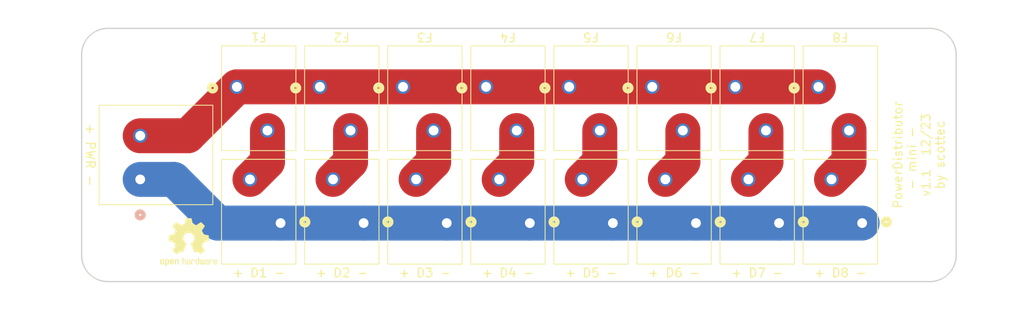
<source format=kicad_pcb>
(kicad_pcb (version 20221018) (generator pcbnew)
  (layers (0 "F.Cu" signal) (31 "B.Cu" signal) (34 "B.Paste" user) (35 "F.Paste" user) (36 "B.SilkS" user "B.Silkscreen") (37 "F.SilkS" user "F.Silkscreen") (38 "B.Mask" user) (39 "F.Mask" user) (44 "Edge.Cuts" user))
  (net 0 "")
  (net 1 "Net-(J1-Pin_2)")
  (net 2 "Net-(J10-Pin_2)")
  (net 3 "Net-(J11-Pin_2)")
  (net 4 "Net-(J12-Pin_2)")
  (net 5 "Net-(J13-Pin_2)")
  (net 6 "Net-(J14-Pin_2)")
  (net 7 "Net-(J15-Pin_2)")
  (net 8 "Net-(J16-Pin_2)")
  (net 9 "VDC")
  (net 10 "GND")
  (footprint "GSI_footprints:Wago-250-202" (layer "F.Cu") (at 152.5215 87.126 180)
    (fp_text reference "J6" hide)
    (fp_text value "F6" (at -2.5 5.7 180 unlocked) (layer "F.SilkS"))
    (fp_rect (start 1.75 -7.3) (end -6.75 4.7) (stroke (width 0.1)) (fill none) (layer "F.SilkS"))
    (fp_circle (center 2.774 -0.128) (end 2.393 -0.128) (stroke (width 0.508)) (fill none) (layer "F.SilkS"))
    (pad "1" thru_hole circle (at 0 0 180) (size 1.6256 1.6256) (drill 1.1176) (layers "*.Cu" "*.Mask") (net 9 "VDC"))
    (pad "2" thru_hole circle (at -3.5 -5 180) (size 1.6256 1.6256) (drill 1.1176) (layers "*.Cu" "*.Mask") (net 6 "Net-(J14-Pin_2)"))
  )
  (footprint "MountingHole:MountingHole_3.2mm_M3" (layer "F.Cu") (at 182.7715 104.926)
    (fp_text reference "H4" hide)
    (fp_text value "MountingHole")
    (pad "" np_thru_hole circle (at 0 0) (size 3.2 3.2) (drill 3.2) (layers "*.Cu" "*.Mask"))
  )
  (footprint "GSI_footprints:Wago-250-202" (layer "F.Cu") (at 133.5215 87.126 180)
    (fp_text reference "J4" hide)
    (fp_text value "F4" (at -2.5 5.7 180 unlocked) (layer "F.SilkS"))
    (fp_rect (start 1.75 -7.3) (end -6.75 4.7) (stroke (width 0.1)) (fill none) (layer "F.SilkS"))
    (fp_circle (center 2.774 -0.128) (end 2.393 -0.128) (stroke (width 0.508)) (fill none) (layer "F.SilkS"))
    (pad "1" thru_hole circle (at 0 0 180) (size 1.6256 1.6256) (drill 1.1176) (layers "*.Cu" "*.Mask") (net 9 "VDC"))
    (pad "2" thru_hole circle (at -3.5 -5 180) (size 1.6256 1.6256) (drill 1.1176) (layers "*.Cu" "*.Mask") (net 4 "Net-(J12-Pin_2)"))
  )
  (footprint "GSI_footprints:Wago-250-202" (layer "F.Cu") (at 157.5215 102.726)
    (fp_text reference "J14" hide)
    (fp_text value "+ D6 -" (at -2.5 5.7 unlocked) (layer "F.SilkS"))
    (fp_rect (start 1.75 -7.3) (end -6.75 4.7) (stroke (width 0.1)) (fill none) (layer "F.SilkS"))
    (fp_circle (center 2.774 -0.128) (end 2.393 -0.128) (stroke (width 0.508)) (fill none) (layer "F.SilkS"))
    (pad "1" thru_hole circle (at 0 0) (size 1.6256 1.6256) (drill 1.1176) (layers "*.Cu" "*.Mask") (net 10 "GND"))
    (pad "2" thru_hole circle (at -3.5 -5) (size 1.6256 1.6256) (drill 1.1176) (layers "*.Cu" "*.Mask") (net 6 "Net-(J14-Pin_2)"))
  )
  (footprint "GSI_footprints:Wago-250-202" (layer "F.Cu") (at 119.5215 102.726)
    (fp_text reference "J10" hide)
    (fp_text value "+ D2 -" (at -2.5 5.7 unlocked) (layer "F.SilkS"))
    (fp_rect (start 1.75 -7.3) (end -6.75 4.7) (stroke (width 0.1)) (fill none) (layer "F.SilkS"))
    (fp_circle (center 2.774 -0.128) (end 2.393 -0.128) (stroke (width 0.508)) (fill none) (layer "F.SilkS"))
    (pad "1" thru_hole circle (at 0 0) (size 1.6256 1.6256) (drill 1.1176) (layers "*.Cu" "*.Mask") (net 10 "GND"))
    (pad "2" thru_hole circle (at -3.5 -5) (size 1.6256 1.6256) (drill 1.1176) (layers "*.Cu" "*.Mask") (net 2 "Net-(J10-Pin_2)"))
  )
  (footprint "GSI_footprints:Wago-250-202" (layer "F.Cu") (at 167.0215 102.726)
    (fp_text reference "J15" hide)
    (fp_text value "+ D7 -" (at -2.5 5.7 unlocked) (layer "F.SilkS"))
    (fp_rect (start 1.75 -7.3) (end -6.75 4.7) (stroke (width 0.1)) (fill none) (layer "F.SilkS"))
    (fp_circle (center 2.774 -0.128) (end 2.393 -0.128) (stroke (width 0.508)) (fill none) (layer "F.SilkS"))
    (pad "1" thru_hole circle (at 0 0) (size 1.6256 1.6256) (drill 1.1176) (layers "*.Cu" "*.Mask") (net 10 "GND"))
    (pad "2" thru_hole circle (at -3.5 -5) (size 1.6256 1.6256) (drill 1.1176) (layers "*.Cu" "*.Mask") (net 7 "Net-(J15-Pin_2)"))
  )
  (footprint "Symbol:OSHW-Logo2_7.3x6mm_SilkScreen" (layer "F.Cu") (at 99.5215 104.926)
    (fp_text reference "REF**" hide)
    (fp_text value "OSHW-Logo2_7.3x6mm_SilkScreen" hide)
    (fp_poly (pts (xy 2.6526 1.958752) (xy 2.669948 1.966334) (xy 2.711356 1.999128) (xy 2.746765 2.046547) (xy 2.768664 2.097151) (xy 2.772229 2.122098) (xy 2.760279 2.156927) (xy 2.734067 2.175357) (xy 2.705964 2.186516) (xy 2.693095 2.188572) (xy 2.686829 2.173649) (xy 2.674456 2.141175) (xy 2.669028 2.126502) (xy 2.63859 2.075744) (xy 2.59452 2.050427) (xy 2.53801 2.051206) (xy 2.533825 2.052203) (xy 2.503655 2.066507) (xy 2.481476 2.094393) (xy 2.466327 2.139287) (xy 2.45725 2.204615) (xy 2.453286 2.293804) (xy 2.452914 2.341261) (xy 2.45273 2.416071) (xy 2.451522 2.467069) (xy 2.448309 2.499471) (xy 2.442109 2.518495) (xy 2.43194 2.529356) (xy 2.416819 2.537272) (xy 2.415946 2.53767) (xy 2.386828 2.549981) (xy 2.372403 2.554514) (xy 2.370186 2.540809) (xy 2.368289 2.502925) (xy 2.366847 2.445715) (xy 2.365998 2.374027) (xy 2.365829 2.321565) (xy 2.366692 2.220047) (xy 2.37007 2.143032) (xy 2.377142 2.086023) (xy 2.389088 2.044526) (xy 2.40709 2.014043) (xy 2.432327 1.99008) (xy 2.457247 1.973355) (xy 2.517171 1.951097) (xy 2.586911 1.946076) (xy 2.6526 1.958752)) (stroke (width 0.01)) (fill solid) (layer "F.SilkS"))
    (fp_poly (pts (xy -1.283907 1.92778) (xy -1.237328 1.954723) (xy -1.204943 1.981466) (xy -1.181258 2.009484) (xy -1.164941 2.043748) (xy -1.154661 2.089227) (xy -1.149086 2.150892) (xy -1.146884 2.233711) (xy -1.146629 2.293246) (xy -1.146629 2.512391) (xy -1.208314 2.540044) (xy -1.27 2.567697) (xy -1.277257 2.32767) (xy -1.280256 2.238028) (xy -1.283402 2.172962) (xy -1.287299 2.128026) (xy -1.292553 2.09877) (xy -1.299769 2.080748) (xy -1.30955 2.069511) (xy -1.312688 2.067079) (xy -1.360239 2.048083) (xy -1.408303 2.0556) (xy -1.436914 2.075543) (xy -1.448553 2.089675) (xy -1.456609 2.10822) (xy -1.461729 2.136334) (xy -1.464559 2.179173) (xy -1.465744 2.241895) (xy -1.465943 2.307261) (xy -1.465982 2.389268) (xy -1.467386 2.447316) (xy -1.472086 2.486465) (xy -1.482013 2.51178) (xy -1.499097 2.528323) (xy -1.525268 2.541156) (xy -1.560225 2.554491) (xy -1.598404 2.569007) (xy -1.593859 2.311389) (xy -1.592029 2.218519) (xy -1.589888 2.149889) (xy -1.586819 2.100711) (xy -1.582206 2.066198) (xy -1.575432 2.041562) (xy -1.565881 2.022016) (xy -1.554366 2.00477) (xy -1.49881 1.94968) (xy -1.43102 1.917822) (xy -1.357287 1.910191) (xy -1.283907 1.92778)) (stroke (width 0.01)) (fill solid) (layer "F.SilkS"))
    (fp_poly (pts (xy 0.529926 1.949755) (xy 0.595858 1.974084) (xy 0.649273 2.017117) (xy 0.670164 2.047409) (xy 0.692939 2.102994) (xy 0.692466 2.143186) (xy 0.668562 2.170217) (xy 0.659717 2.174813) (xy 0.62153 2.189144) (xy 0.602028 2.185472) (xy 0.595422 2.161407) (xy 0.595086 2.148114) (xy 0.582992 2.09921) (xy 0.551471 2.064999) (xy 0.507659 2.048476) (xy 0.458695 2.052634) (xy 0.418894 2.074227) (xy 0.40545 2.086544) (xy 0.395921 2.101487) (xy 0.389485 2.124075) (xy 0.385317 2.159328) (xy 0.382597 2.212266) (xy 0.380502 2.287907) (xy 0.37996 2.311857) (xy 0.377981 2.39379) (xy 0.375731 2.451455) (xy 0.372357 2.489608) (xy 0.367006 2.513004) (xy 0.358824 2.526398) (xy 0.346959 2.534545) (xy 0.339362 2.538144) (xy 0.307102 2.550452) (xy 0.288111 2.554514) (xy 0.281836 2.540948) (xy 0.278006 2.499934) (xy 0.2766 2.430999) (xy 0.277598 2.333669) (xy 0.277908 2.318657) (xy 0.280101 2.229859) (xy 0.282693 2.165019) (xy 0.286382 2.119067) (xy 0.291864 2.086935) (xy 0.299835 2.063553) (xy 0.310993 2.043852) (xy 0.31683 2.03541) (xy 0.350296 1.998057) (xy 0.387727 1.969003) (xy 0.392309 1.966467) (xy 0.459426 1.946443) (xy 0.529926 1.949755)) (stroke (width 0.01)) (fill solid) (layer "F.SilkS"))
    (fp_poly (pts (xy -0.624114 1.851289) (xy -0.619861 1.910613) (xy -0.614975 1.945572) (xy -0.608205 1.96082) (xy -0.598298 1.961015) (xy -0.595086 1.959195) (xy -0.552356 1.946015) (xy -0.496773 1.946785) (xy -0.440263 1.960333) (xy -0.404918 1.977861) (xy -0.368679 2.005861) (xy -0.342187 2.037549) (xy -0.324001 2.077813) (xy -0.312678 2.131543) (xy -0.306778 2.203626) (xy -0.304857 2.298951) (xy -0.304823 2.317237) (xy -0.3048 2.522646) (xy -0.350509 2.53858) (xy -0.382973 2.54942) (xy -0.400785 2.554468) (xy -0.401309 2.554514) (xy -0.403063 2.540828) (xy -0.404556 2.503076) (xy -0.405674 2.446224) (xy -0.406303 2.375234) (xy -0.4064 2.332073) (xy -0.406602 2.246973) (xy -0.407642 2.185981) (xy -0.410169 2.144177) (xy -0.414836 2.116642) (xy -0.422293 2.098456) (xy -0.433189 2.084698) (xy -0.439993 2.078073) (xy -0.486728 2.051375) (xy -0.537728 2.049375) (xy -0.583999 2.071955) (xy -0.592556 2.080107) (xy -0.605107 2.095436) (xy -0.613812 2.113618) (xy -0.619369 2.139909) (xy -0.622474 2.179562) (xy -0.623824 2.237832) (xy -0.624114 2.318173) (xy -0.624114 2.522646) (xy -0.669823 2.53858) (xy -0.702287 2.54942) (xy -0.720099 2.554468) (xy -0.720623 2.554514) (xy -0.721963 2.540623) (xy -0.723172 2.501439) (xy -0.724199 2.4407) (xy -0.724998 2.362141) (xy -0.725519 2.269498) (xy -0.725714 2.166509) (xy -0.725714 1.769342) (xy -0.678543 1.749444) (xy -0.631371 1.729547) (xy -0.624114 1.851289)) (stroke (width 0.01)) (fill solid) (layer "F.SilkS"))
    (fp_poly (pts (xy 1.779833 1.958663) (xy 1.782048 1.99685) (xy 1.783784 2.054886) (xy 1.784899 2.12818) (xy 1.785257 2.205055) (xy 1.785257 2.465196) (xy 1.739326 2.511127) (xy 1.707675 2.539429) (xy 1.67989 2.550893) (xy 1.641915 2.550168) (xy 1.62684 2.548321) (xy 1.579726 2.542948) (xy 1.540756 2.539869) (xy 1.531257 2.539585) (xy 1.499233 2.541445) (xy 1.453432 2.546114) (xy 1.435674 2.548321) (xy 1.392057 2.551735) (xy 1.362745 2.54432) (xy 1.33368 2.521427) (xy 1.323188 2.511127) (xy 1.277257 2.465196) (xy 1.277257 1.978602) (xy 1.314226 1.961758) (xy 1.346059 1.949282) (xy 1.364683 1.944914) (xy 1.369458 1.958718) (xy 1.373921 1.997286) (xy 1.377775 2.056356) (xy 1.380722 2.131663) (xy 1.382143 2.195286) (xy 1.386114 2.445657) (xy 1.420759 2.450556) (xy 1.452268 2.447131) (xy 1.467708 2.436041) (xy 1.472023 2.415308) (xy 1.475708 2.371145) (xy 1.478469 2.309146) (xy 1.480012 2.234909) (xy 1.480235 2.196706) (xy 1.480457 1.976783) (xy 1.526166 1.960849) (xy 1.558518 1.950015) (xy 1.576115 1.944962) (xy 1.576623 1.944914) (xy 1.578388 1.958648) (xy 1.580329 1.99673) (xy 1.582282 2.054482) (xy 1.584084 2.127227) (xy 1.585343 2.195286) (xy 1.589314 2.445657) (xy 1.6764 2.445657) (xy 1.680396 2.21724) (xy 1.684392 1.988822) (xy 1.726847 1.966868) (xy 1.758192 1.951793) (xy 1.776744 1.944951) (xy 1.777279 1.944914) (xy 1.779833 1.958663)) (stroke (width 0.01)) (fill solid) (layer "F.SilkS"))
    (fp_poly (pts (xy -2.958885 1.921962) (xy -2.890855 1.957733) (xy -2.840649 2.015301) (xy -2.822815 2.052312) (xy -2.808937 2.107882) (xy -2.801833 2.178096) (xy -2.80116 2.254727) (xy -2.806573 2.329552) (xy -2.81773 2.394342) (xy -2.834286 2.440873) (xy -2.839374 2.448887) (xy -2.899645 2.508707) (xy -2.971231 2.544535) (xy -3.048908 2.55502) (xy -3.127452 2.53881) (xy -3.149311 2.529092) (xy -3.191878 2.499143) (xy -3.229237 2.459433) (xy -3.232768 2.454397) (xy -3.247119 2.430124) (xy -3.256606 2.404178) (xy -3.26221 2.370022) (xy -3.264914 2.321119) (xy -3.265701 2.250935) (xy -3.265714 2.2352) (xy -3.265678 2.230192) (xy -3.120571 2.230192) (xy -3.119727 2.29643) (xy -3.116404 2.340386) (xy -3.109417 2.368779) (xy -3.097584 2.388325) (xy -3.091543 2.394857) (xy -3.056814 2.41968) (xy -3.023097 2.418548) (xy -2.989005 2.397016) (xy -2.968671 2.374029) (xy -2.956629 2.340478) (xy -2.949866 2.287569) (xy -2.949402 2.281399) (xy -2.948248 2.185513) (xy -2.960312 2.114299) (xy -2.98543 2.068194) (xy -3.02344 2.047635) (xy -3.037008 2.046514) (xy -3.072636 2.052152) (xy -3.097006 2.071686) (xy -3.111907 2.109042) (xy -3.119125 2.16815) (xy -3.120571 2.230192) (xy -3.265678 2.230192) (xy -3.265174 2.160413) (xy -3.262904 2.108159) (xy -3.257932 2.071949) (xy -3.249287 2.045299) (xy -3.235995 2.021722) (xy -3.233057 2.017338) (xy -3.183687 1.958249) (xy -3.129891 1.923947) (xy -3.064398 1.910331) (xy -3.042158 1.909665) (xy -2.958885 1.921962)) (stroke (width 0.01)) (fill solid) (layer "F.SilkS"))
    (fp_poly (pts (xy 3.153595 1.966966) (xy 3.211021 2.004497) (xy 3.238719 2.038096) (xy 3.260662 2.099064) (xy 3.262405 2.147308) (xy 3.258457 2.211816) (xy 3.109686 2.276934) (xy 3.037349 2.310202) (xy 2.990084 2.336964) (xy 2.965507 2.360144) (xy 2.961237 2.382667) (xy 2.974889 2.407455) (xy 2.989943 2.423886) (xy 3.033746 2.450235) (xy 3.081389 2.452081) (xy 3.125145 2.431546) (xy 3.157289 2.390752) (xy 3.163038 2.376347) (xy 3.190576 2.331356) (xy 3.222258 2.312182) (xy 3.265714 2.295779) (xy 3.265714 2.357966) (xy 3.261872 2.400283) (xy 3.246823 2.435969) (xy 3.21528 2.476943) (xy 3.210592 2.482267) (xy 3.175506 2.51872) (xy 3.145347 2.538283) (xy 3.107615 2.547283) (xy 3.076335 2.55023) (xy 3.020385 2.550965) (xy 2.980555 2.54166) (xy 2.955708 2.527846) (xy 2.916656 2.497467) (xy 2.889625 2.464613) (xy 2.872517 2.423294) (xy 2.863238 2.367521) (xy 2.859693 2.291305) (xy 2.85941 2.252622) (xy 2.860372 2.206247) (xy 2.948007 2.206247) (xy 2.949023 2.231126) (xy 2.951556 2.2352) (xy 2.968274 2.229665) (xy 3.004249 2.215017) (xy 3.052331 2.19419) (xy 3.062386 2.189714) (xy 3.123152 2.158814) (xy 3.156632 2.131657) (xy 3.16399 2.10622) (xy 3.146391 2.080481) (xy 3.131856 2.069109) (xy 3.07941 2.046364) (xy 3.030322 2.050122) (xy 2.989227 2.077884) (xy 2.960758 2.127152) (xy 2.951631 2.166257) (xy 2.948007 2.206247) (xy 2.860372 2.206247) (xy 2.861285 2.162249) (xy 2.868196 2.095384) (xy 2.881884 2.046695) (xy 2.904096 2.010849) (xy 2.936574 1.982513) (xy 2.950733 1.973355) (xy 3.015053 1.949507) (xy 3.085473 1.948006) (xy 3.153595 1.966966)) (stroke (width 0.01)) (fill solid) (layer "F.SilkS"))
    (fp_poly (pts (xy 1.190117 2.065358) (xy 1.189933 2.173837) (xy 1.189219 2.257287) (xy 1.187675 2.319704) (xy 1.185001 2.365085) (xy 1.180894 2.397429) (xy 1.175055 2.420733) (xy 1.167182 2.438995) (xy 1.161221 2.449418) (xy 1.111855 2.505945) (xy 1.049264 2.541377) (xy 0.980013 2.55409) (xy 0.910668 2.542463) (xy 0.869375 2.521568) (xy 0.826025 2.485422) (xy 0.796481 2.441276) (xy 0.778655 2.383462) (xy 0.770463 2.306313) (xy 0.769302 2.249714) (xy 0.769458 2.245647) (xy 0.870857 2.245647) (xy 0.871476 2.31055) (xy 0.874314 2.353514) (xy 0.88084 2.381622) (xy 0.892523 2.401953) (xy 0.906483 2.417288) (xy 0.953365 2.44689) (xy 1.003701 2.449419) (xy 1.051276 2.424705) (xy 1.054979 2.421356) (xy 1.070783 2.403935) (xy 1.080693 2.383209) (xy 1.086058 2.352362) (xy 1.088228 2.304577) (xy 1.088571 2.251748) (xy 1.087827 2.185381) (xy 1.084748 2.141106) (xy 1.078061 2.112009) (xy 1.066496 2.091173) (xy 1.057013 2.080107) (xy 1.01296 2.052198) (xy 0.962224 2.048843) (xy 0.913796 2.070159) (xy 0.90445 2.078073) (xy 0.88854 2.095647) (xy 0.87861 2.116587) (xy 0.873278 2.147782) (xy 0.871163 2.196122) (xy 0.870857 2.245647) (xy 0.769458 2.245647) (xy 0.77281 2.158568) (xy 0.784726 2.090086) (xy 0.807135 2.0386) (xy 0.842124 1.998443) (xy 0.869375 1.977861) (xy 0.918907 1.955625) (xy 0.976316 1.945304) (xy 1.029682 1.948067) (xy 1.059543 1.959212) (xy 1.071261 1.962383) (xy 1.079037 1.950557) (xy 1.084465 1.918866) (xy 1.088571 1.870593) (xy 1.093067 1.816829) (xy 1.099313 1.784482) (xy 1.110676 1.765985) (xy 1.130528 1.75377) (xy 1.143 1.748362) (xy 1.190171 1.728601) (xy 1.190117 2.065358)) (stroke (width 0.01)) (fill solid) (layer "F.SilkS"))
    (fp_poly (pts (xy -1.831697 1.931239) (xy -1.774473 1.969735) (xy -1.730251 2.025335) (xy -1.703833 2.096086) (xy -1.69849 2.148162) (xy -1.699097 2.169893) (xy -1.704178 2.186531) (xy -1.718145 2.201437) (xy -1.745411 2.217973) (xy -1.790388 2.239498) (xy -1.857489 2.269374) (xy -1.857829 2.269524) (xy -1.919593 2.297813) (xy -1.970241 2.322933) (xy -2.004596 2.342179) (xy -2.017482 2.352848) (xy -2.017486 2.352934) (xy -2.006128 2.376166) (xy -1.979569 2.401774) (xy -1.949077 2.420221) (xy -1.93363 2.423886) (xy -1.891485 2.411212) (xy -1.855192 2.379471) (xy -1.837483 2.344572) (xy -1.820448 2.318845) (xy -1.787078 2.289546) (xy -1.747851 2.264235) (xy -1.713244 2.250471) (xy -1.706007 2.249714) (xy -1.697861 2.26216) (xy -1.69737 2.293972) (xy -1.703357 2.336866) (xy -1.714643 2.382558) (xy -1.73005 2.422761) (xy -1.730829 2.424322) (xy -1.777196 2.489062) (xy -1.837289 2.533097) (xy -1.905535 2.554711) (xy -1.976362 2.552185) (xy -2.044196 2.523804) (xy -2.047212 2.521808) (xy -2.100573 2.473448) (xy -2.13566 2.410352) (xy -2.155078 2.327387) (xy -2.157684 2.304078) (xy -2.162299 2.194055) (xy -2.156767 2.142748) (xy -2.017486 2.142748) (xy -2.015676 2.174753) (xy -2.005778 2.184093) (xy -1.981102 2.177105) (xy -1.942205 2.160587) (xy -1.898725 2.139881) (xy -1.897644 2.139333) (xy -1.860791 2.119949) (xy -1.846 2.107013) (xy -1.849647 2.093451) (xy -1.865005 2.075632) (xy -1.904077 2.049845) (xy -1.946154 2.04795) (xy -1.983897 2.066717) (xy -2.009966 2.102915) (xy -2.017486 2.142748) (xy -2.156767 2.142748) (xy -2.152806 2.106027) (xy -2.12845 2.036212) (xy -2.094544 1.987302) (xy -2.033347 1.937878) (xy -1.965937 1.913359) (xy -1.89712 1.911797) (xy -1.831697 1.931239)) (stroke (width 0.01)) (fill solid) (layer "F.SilkS"))
    (fp_poly (pts (xy 0.039744 1.950968) (xy 0.096616 1.972087) (xy 0.097267 1.972493) (xy 0.13244 1.99838) (xy 0.158407 2.028633) (xy 0.17667 2.068058) (xy 0.188732 2.121462) (xy 0.196096 2.193651) (xy 0.200264 2.289432) (xy 0.200629 2.303078) (xy 0.205876 2.508842) (xy 0.161716 2.531678) (xy 0.129763 2.54711) (xy 0.11047 2.554423) (xy 0.109578 2.554514) (xy 0.106239 2.541022) (xy 0.103587 2.504626) (xy 0.101956 2.451452) (xy 0.1016 2.408393) (xy 0.101592 2.338641) (xy 0.098403 2.294837) (xy 0.087288 2.273944) (xy 0.063501 2.272925) (xy 0.022296 2.288741) (xy -0.039914 2.317815) (xy -0.085659 2.341963) (xy -0.109187 2.362913) (xy -0.116104 2.385747) (xy -0.116114 2.386877) (xy -0.104701 2.426212) (xy -0.070908 2.447462) (xy -0.019191 2.450539) (xy 0.018061 2.450006) (xy 0.037703 2.460735) (xy 0.049952 2.486505) (xy 0.057002 2.519337) (xy 0.046842 2.537966) (xy 0.043017 2.540632) (xy 0.007001 2.55134) (xy -0.043434 2.552856) (xy -0.095374 2.545759) (xy -0.132178 2.532788) (xy -0.183062 2.489585) (xy -0.211986 2.429446) (xy -0.217714 2.382462) (xy -0.213343 2.340082) (xy -0.197525 2.305488) (xy -0.166203 2.274763) (xy -0.115322 2.24399) (xy -0.040824 2.209252) (xy -0.036286 2.207288) (xy 0.030821 2.176287) (xy 0.072232 2.150862) (xy 0.089981 2.128014) (xy 0.086107 2.104745) (xy 0.062643 2.078056) (xy 0.055627 2.071914) (xy 0.00863 2.0481) (xy -0.040067 2.049103) (xy -0.082478 2.072451) (xy -0.110616 2.115675) (xy -0.113231 2.12416) (xy -0.138692 2.165308) (xy -0.170999 2.185128) (xy -0.217714 2.20477) (xy -0.217714 2.15395) (xy -0.203504 2.080082) (xy -0.161325 2.012327) (xy -0.139376 1.989661) (xy -0.089483 1.960569) (xy -0.026033 1.9474) (xy 0.039744 1.950968)) (stroke (width 0.01)) (fill solid) (layer "F.SilkS"))
    (fp_poly (pts (xy -2.400256 1.919918) (xy -2.344799 1.947568) (xy -2.295852 1.99848) (xy -2.282371 2.017338) (xy -2.267686 2.042015) (xy -2.258158 2.068816) (xy -2.252707 2.104587) (xy -2.250253 2.156169) (xy -2.249714 2.224267) (xy -2.252148 2.317588) (xy -2.260606 2.387657) (xy -2.276826 2.439931) (xy -2.302546 2.479869) (xy -2.339503 2.512929) (xy -2.342218 2.514886) (xy -2.37864 2.534908) (xy -2.422498 2.544815) (xy -2.478276 2.547257) (xy -2.568952 2.547257) (xy -2.56899 2.635283) (xy -2.569834 2.684308) (xy -2.574976 2.713065) (xy -2.588413 2.730311) (xy -2.614142 2.744808) (xy -2.620321 2.747769) (xy -2.649236 2.761648) (xy -2.671624 2.770414) (xy -2.688271 2.771171) (xy -2.699964 2.761023) (xy -2.70749 2.737073) (xy -2.711634 2.696426) (xy -2.713185 2.636186) (xy -2.712929 2.553455) (xy -2.711651 2.445339) (xy -2.711252 2.413) (xy -2.709815 2.301524) (xy -2.708528 2.228603) (xy -2.569029 2.228603) (xy -2.568245 2.290499) (xy -2.56476 2.330997) (xy -2.556876 2.357708) (xy -2.542895 2.378244) (xy -2.533403 2.38826) (xy -2.494596 2.417567) (xy -2.460237 2.419952) (xy -2.424784 2.39575) (xy -2.423886 2.394857) (xy -2.409461 2.376153) (xy -2.400687 2.350732) (xy -2.396261 2.311584) (xy -2.394882 2.251697) (xy -2.394857 2.23843) (xy -2.398188 2.155901) (xy -2.409031 2.098691) (xy -2.42866 2.063766) (xy -2.45835 2.048094) (xy -2.475509 2.046514) (xy -2.516234 2.053926) (xy -2.544168 2.07833) (xy -2.560983 2.12298) (xy -2.56835 2.19113) (xy -2.569029 2.228603) (xy -2.708528 2.228603) (xy -2.708292 2.215245) (xy -2.706323 2.150333) (xy -2.70355 2.102958) (xy -2.699612 2.06929) (xy -2.694151 2.045498) (xy -2.686808 2.027753) (xy -2.677223 2.012224) (xy -2.673113 2.006381) (xy -2.618595 1.951185) (xy -2.549664 1.91989) (xy -2.469928 1.911165) (xy -2.400256 1.919918)) (stroke (width 0.01)) (fill solid) (layer "F.SilkS"))
    (fp_poly (pts (xy 2.144876 1.956335) (xy 2.186667 1.975344) (xy 2.219469 1.998378) (xy 2.243503 2.024133) (xy 2.260097 2.057358) (xy 2.270577 2.1028) (xy 2.276271 2.165207) (xy 2.278507 2.249327) (xy 2.278743 2.304721) (xy 2.278743 2.520826) (xy 2.241774 2.53767) (xy 2.212656 2.549981) (xy 2.198231 2.554514) (xy 2.195472 2.541025) (xy 2.193282 2.504653) (xy 2.191942 2.451542) (xy 2.191657 2.409372) (xy 2.190434 2.348447) (xy 2.187136 2.300115) (xy 2.182321 2.270518) (xy 2.178496 2.264229) (xy 2.152783 2.270652) (xy 2.112418 2.287125) (xy 2.065679 2.309458) (xy 2.020845 2.333457) (xy 1.986193 2.35493) (xy 1.970002 2.369685) (xy 1.969938 2.369845) (xy 1.97133 2.397152) (xy 1.983818 2.423219) (xy 2.005743 2.444392) (xy 2.037743 2.451474) (xy 2.065092 2.450649) (xy 2.103826 2.450042) (xy 2.124158 2.459116) (xy 2.136369 2.483092) (xy 2.137909 2.487613) (xy 2.143203 2.521806) (xy 2.129047 2.542568) (xy 2.092148 2.552462) (xy 2.052289 2.554292) (xy 1.980562 2.540727) (xy 1.943432 2.521355) (xy 1.897576 2.475845) (xy 1.873256 2.419983) (xy 1.871073 2.360957) (xy 1.891629 2.305953) (xy 1.922549 2.271486) (xy 1.95342 2.252189) (xy 2.001942 2.227759) (xy 2.058485 2.202985) (xy 2.06791 2.199199) (xy 2.130019 2.171791) (xy 2.165822 2.147634) (xy 2.177337 2.123619) (xy 2.16658 2.096635) (xy 2.148114 2.075543) (xy 2.104469 2.049572) (xy 2.056446 2.047624) (xy 2.012406 2.067637) (xy 1.980709 2.107551) (xy 1.976549 2.117848) (xy 1.952327 2.155724) (xy 1.916965 2.183842) (xy 1.872343 2.206917) (xy 1.872343 2.141485) (xy 1.874969 2.101506) (xy 1.88623 2.069997) (xy 1.911199 2.036378) (xy 1.935169 2.010484) (xy 1.972441 1.973817) (xy 2.001401 1.954121) (xy 2.032505 1.94622) (xy 2.067713 1.944914) (xy 2.144876 1.956335)) (stroke (width 0.01)) (fill solid) (layer "F.SilkS"))
    (fp_poly (pts (xy 0.10391 -2.757652) (xy 0.182454 -2.757222) (xy 0.239298 -2.756058) (xy 0.278105 -2.753793) (xy 0.302538 -2.75006) (xy 0.316262 -2.744494) (xy 0.32294 -2.736727) (xy 0.326236 -2.726395) (xy 0.326556 -2.725057) (xy 0.331562 -2.700921) (xy 0.340829 -2.653299) (xy 0.353392 -2.587259) (xy 0.368287 -2.507872) (xy 0.384551 -2.420204) (xy 0.385119 -2.417125) (xy 0.40141 -2.331211) (xy 0.416652 -2.255304) (xy 0.429861 -2.193955) (xy 0.440054 -2.151718) (xy 0.446248 -2.133145) (xy 0.446543 -2.132816) (xy 0.464788 -2.123747) (xy 0.502405 -2.108633) (xy 0.551271 -2.090738) (xy 0.551543 -2.090642) (xy 0.613093 -2.067507) (xy 0.685657 -2.038035) (xy 0.754057 -2.008403) (xy 0.757294 -2.006938) (xy 0.868702 -1.956374) (xy 1.115399 -2.12484) (xy 1.191077 -2.176197) (xy 1.259631 -2.222111) (xy 1.317088 -2.25997) (xy 1.359476 -2.287163) (xy 1.382825 -2.301079) (xy 1.385042 -2.302111) (xy 1.40201 -2.297516) (xy 1.433701 -2.275345) (xy 1.481352 -2.234553) (xy 1.546198 -2.174095) (xy 1.612397 -2.109773) (xy 1.676214 -2.046388) (xy 1.733329 -1.988549) (xy 1.780305 -1.939825) (xy 1.813703 -1.90379) (xy 1.830085 -1.884016) (xy 1.830694 -1.882998) (xy 1.832505 -1.869428) (xy 1.825683 -1.847267) (xy 1.80854 -1.813522) (xy 1.779393 -1.7652) (xy 1.736555 -1.699308) (xy 1.679448 -1.614483) (xy 1.628766 -1.539823) (xy 1.583461 -1.47286) (xy 1.54615 -1.417484) (xy 1.519452 -1.37758) (xy 1.505985 -1.357038) (xy 1.505137 -1.355644) (xy 1.506781 -1.335962) (xy 1.519245 -1.297707) (xy 1.540048 -1.248111) (xy 1.547462 -1.232272) (xy 1.579814 -1.16171) (xy 1.614328 -1.081647) (xy 1.642365 -1.012371) (xy 1.662568 -0.960955) (xy 1.678615 -0.921881) (xy 1.687888 -0.901459) (xy 1.689041 -0.899886) (xy 1.706096 -0.897279) (xy 1.746298 -0.890137) (xy 1.804302 -0.879477) (xy 1.874763 -0.866315) (xy 1.952335 -0.851667) (xy 2.031672 -0.836551) (xy 2.107431 -0.821982) (xy 2.174264 -0.808978) (xy 2.226828 -0.798555) (xy 2.259776 -0.79173) (xy 2.267857 -0.789801) (xy 2.276205 -0.785038) (xy 2.282506 -0.774282) (xy 2.287045 -0.753902) (xy 2.290104 -0.720266) (xy 2.291967 -0.669745) (xy 2.292918 -0.598708) (xy 2.29324 -0.503524) (xy 2.293257 -0.464508) (xy 2.293257 -0.147201) (xy 2.217057 -0.132161) (xy 2.174663 -0.124005) (xy 2.1114 -0.112101) (xy 2.034962 -0.097884) (xy 1.953043 -0.08279) (xy 1.9304 -0.078645) (xy 1.854806 -0.063947) (xy 1.788953 -0.049495) (xy 1.738366 -0.036625) (xy 1.708574 -0.026678) (xy 1.703612 -0.023713) (xy 1.691426 -0.002717) (xy 1.673953 0.037967) (xy 1.654577 0.090322) (xy 1.650734 0.1016) (xy 1.625339 0.171523) (xy 1.593817 0.250418) (xy 1.562969 0.321266) (xy 1.562817 0.321595) (xy 1.511447 0.432733) (xy 1.680399 0.681253) (xy 1.849352 0.929772) (xy 1.632429 1.147058) (xy 1.566819 1.211726) (xy 1.506979 1.268733) (xy 1.456267 1.315033) (xy 1.418046 1.347584) (xy 1.395675 1.363343) (xy 1.392466 1.364343) (xy 1.373626 1.356469) (xy 1.33518 1.334578) (xy 1.28133 1.301267) (xy 1.216276 1.259131) (xy 1.14594 1.211943) (xy 1.074555 1.16381) (xy 1.010908 1.121928) (xy 0.959041 1.088871) (xy 0.922995 1.067218) (xy 0.906867 1.059543) (xy 0.887189 1.066037) (xy 0.849875 1.08315) (xy 0.802621 1.107326) (xy 0.797612 1.110013) (xy 0.733977 1.141927) (xy 0.690341 1.157579) (xy 0.663202 1.157745) (xy 0.649057 1.143204) (xy 0.648975 1.143) (xy 0.641905 1.125779) (xy 0.625042 1.084899) (xy 0.599695 1.023525) (xy 0.567171 0.944819) (xy 0.528778 0.851947) (xy 0.485822 0.748072) (xy 0.444222 0.647502) (xy 0.398504 0.536516) (xy 0.356526 0.433703) (xy 0.319548 0.342215) (xy 0.288827 0.265201) (xy 0.265622 0.205815) (xy 0.25119 0.167209) (xy 0.246743 0.1528) (xy 0.257896 0.136272) (xy 0.287069 0.10993) (xy 0.325971 0.080887) (xy 0.436757 -0.010961) (xy 0.523351 -0.116241) (xy 0.584716 -0.232734) (xy 0.619815 -0.358224) (xy 0.627608 -0.490493) (xy 0.621943 -0.551543) (xy 0.591078 -0.678205) (xy 0.53792 -0.790059) (xy 0.465767 -0.885999) (xy 0.377917 -0.964924) (xy 0.277665 -1.02573) (xy 0.16831 -1.067313) (xy 0.053147 -1.088572) (xy -0.064525 -1.088401) (xy -0.18141 -1.065699) (xy -0.294211 -1.019362) (xy -0.399631 -0.948287) (xy -0.443632 -0.908089) (xy -0.528021 -0.804871) (xy -0.586778 -0.692075) (xy -0.620296 -0.57299) (xy -0.628965 -0.450905) (xy -0.613177 -0.329107) (xy -0.573322 -0.210884) (xy -0.509793 -0.099525) (xy -0.422979 0.001684) (xy -0.325971 0.080887) (xy -0.285563 0.111162) (xy -0.257018 0.137219) (xy -0.246743 0.152825) (xy -0.252123 0.169843) (xy -0.267425 0.2105) (xy -0.291388 0.271642) (xy -0.322756 0.350119) (xy -0.360268 0.44278) (xy -0.402667 0.546472) (xy -0.444337 0.647526) (xy -0.49031 0.758607) (xy -0.532893 0.861541) (xy -0.570779 0.953165) (xy -0.60266 1.030316) (xy -0.627229 1.089831) (xy -0.64318 1.128544) (xy -0.64909 1.143) (xy -0.663052 1.157685) (xy -0.69006 1.157642) (xy -0.733587 1.142099) (xy -0.79711 1.110284) (xy -0.797612 1.110013) (xy -0.84544 1.085323) (xy -0.884103 1.067338) (xy -0.905905 1.059614) (xy -0.906867 1.059543) (xy -0.923279 1.067378) (xy -0.959513 1.089165) (xy -1.011526 1.122328) (xy -1.075275 1.164291) (xy -1.14594 1.211943) (xy -1.217884 1.260191) (xy -1.282726 1.302151) (xy -1.336265 1.335227) (xy -1.374303 1.356821) (xy -1.392467 1.364343) (xy -1.409192 1.354457) (xy -1.44282 1.326826) (xy -1.48999 1.284495) (xy -1.547342 1.230505) (xy -1.611516 1.167899) (xy -1.632503 1.146983) (xy -1.849501 0.929623) (xy -1.684332 0.68722) (xy -1.634136 0.612781) (xy -1.590081 0.545972) (xy -1.554638 0.490665) (xy -1.530281 0.450729) (xy -1.519478 0.430036) (xy -1.519162 0.428563) (xy -1.524857 0.409058) (xy -1.540174 0.369822) (xy -1.562463 0.31743) (xy -1.578107 0.282355) (xy -1.607359 0.215201) (xy -1.634906 0.147358) (xy -1.656263 0.090034) (xy -1.662065 0.072572) (xy -1.678548 0.025938) (xy -1.69466 -0.010095) (xy -1.70351 -0.023713) (xy -1.72304 -0.032048) (xy -1.765666 -0.043863) (xy -1.825855 -0.057819) (xy -1.898078 -0.072578) (xy -1.9304 -0.078645) (xy -2.012478 -0.093727) (xy -2.091205 -0.108331) (xy -2.158891 -0.12102) (xy -2.20784 -0.130358) (xy -2.217057 -0.132161) (xy -2.293257 -0.147201) (xy -2.293257 -0.464508) (xy -2.293086 -0.568846) (xy -2.292384 -0.647787) (xy -2.290866 -0.704962) (xy -2.288251 -0.744001) (xy -2.284254 -0.768535) (xy -2.278591 -0.782195) (xy -2.27098 -0.788611) (xy -2.267857 -0.789801) (xy -2.249022 -0.79402) (xy -2.207412 -0.802438) (xy -2.14837 -0.814039) (xy -2.077243 -0.827805) (xy -1.999375 -0.84272) (xy -1.920113 -0.857768) (xy -1.844802 -0.871931) (xy -1.778787 -0.884194) (xy -1.727413 -0.893539) (xy -1.696025 -0.89895) (xy -1.689041 -0.899886) (xy -1.682715 -0.912404) (xy -1.66871 -0.945754) (xy -1.649645 -0.993623) (xy -1.642366 -1.012371) (xy -1.613004 -1.084805) (xy -1.578429 -1.16483) (xy -1.547463 -1.232272) (xy -1.524677 -1.283841) (xy -1.509518 -1.326215) (xy -1.504458 -1.352166) (xy -1.505264 -1.355644) (xy -1.515959 -1.372064) (xy -1.54038 -1.408583) (xy -1.575905 -1.461313) (xy -1.619913 -1.526365) (xy -1.669783 -1.599849) (xy -1.679644 -1.614355) (xy -1.737508 -1.700296) (xy -1.780044 -1.765739) (xy -1.808946 -1.813696) (xy -1.82591 -1.84718) (xy -1.832633 -1.869205) (xy -1.83081 -1.882783) (xy -1.830764 -1.882869) (xy -1.816414 -1.900703) (xy -1.784677 -1.935183) (xy -1.73899 -1.982732) (xy -1.682796 -2.039778) (xy -1.619532 -2.102745) (xy -1.612398 -2.109773) (xy -1.53267 -2.18698) (xy -1.471143 -2.24367) (xy -1.426579 -2.28089) (xy -1.397743 -2.299685) (xy -1.385042 -2.302111) (xy -1.366506 -2.291529) (xy -1.328039 -2.267084) (xy -1.273614 -2.231388) (xy -1.207202 -2.187053) (xy -1.132775 -2.136689) (xy -1.115399 -2.12484) (xy -0.868703 -1.956374) (xy -0.757294 -2.006938) (xy -0.689543 -2.036405) (xy -0.616817 -2.066041) (xy -0.554297 -2.08967) (xy -0.551543 -2.090642) (xy -0.50264 -2.108543) (xy -0.464943 -2.12368) (xy -0.446575 -2.13279) (xy -0.446544 -2.132816) (xy -0.440715 -2.149283) (xy -0.430808 -2.189781) (xy -0.417805 -2.249758) (xy -0.402691 -2.32466) (xy -0.386448 -2.409936) (xy -0.385119 -2.417125) (xy -0.368825 -2.504986) (xy -0.353867 -2.58474) (xy -0.341209 -2.651319) (xy -0.331814 -2.699653) (xy -0.326646 -2.724675) (xy -0.326556 -2.725057) (xy -0.323411 -2.735701) (xy -0.317296 -2.743738) (xy -0.304547 -2.749533) (xy -0.2815 -2.753453) (xy -0.244491 -2.755865) (xy -0.189856 -2.757135) (xy -0.113933 -2.757629) (xy -0.013056 -2.757714) (xy 0 -2.757714) (xy 0.10391 -2.757652)) (stroke (width 0.01)) (fill solid) (layer "F.SilkS"))
  )
  (footprint "GSI_footprints:Wago-250-202" (layer "F.Cu") (at 176.5215 102.726)
    (fp_text reference "J16" hide)
    (fp_text value "+ D8 -" (at -2.5 5.7 unlocked) (layer "F.SilkS"))
    (fp_rect (start 1.75 -7.3) (end -6.75 4.7) (stroke (width 0.1)) (fill none) (layer "F.SilkS"))
    (fp_circle (center 2.774 -0.128) (end 2.393 -0.128) (stroke (width 0.508)) (fill none) (layer "F.SilkS"))
    (pad "1" thru_hole circle (at 0 0) (size 1.6256 1.6256) (drill 1.1176) (layers "*.Cu" "*.Mask") (net 10 "GND"))
    (pad "2" thru_hole circle (at -3.5 -5) (size 1.6256 1.6256) (drill 1.1176) (layers "*.Cu" "*.Mask") (net 8 "Net-(J16-Pin_2)"))
  )
  (footprint "GSI_footprints:Wago-250-202" (layer "F.Cu") (at 143.0215 87.126 180)
    (fp_text reference "J5" hide)
    (fp_text value "F5" (at -2.5 5.7 180 unlocked) (layer "F.SilkS"))
    (fp_rect (start 1.75 -7.3) (end -6.75 4.7) (stroke (width 0.1)) (fill none) (layer "F.SilkS"))
    (fp_circle (center 2.774 -0.128) (end 2.393 -0.128) (stroke (width 0.508)) (fill none) (layer "F.SilkS"))
    (pad "1" thru_hole circle (at 0 0 180) (size 1.6256 1.6256) (drill 1.1176) (layers "*.Cu" "*.Mask") (net 9 "VDC"))
    (pad "2" thru_hole circle (at -3.5 -5 180) (size 1.6256 1.6256) (drill 1.1176) (layers "*.Cu" "*.Mask") (net 5 "Net-(J13-Pin_2)"))
  )
  (footprint "GSI_footprints:Wago-250-202" (layer "F.Cu") (at 110.0215 102.726)
    (fp_text reference "J9" hide)
    (fp_text value "+ D1 -" (at -2.5 5.7 unlocked) (layer "F.SilkS"))
    (fp_rect (start 1.75 -7.3) (end -6.75 4.7) (stroke (width 0.1)) (fill none) (layer "F.SilkS"))
    (fp_circle (center 2.774 -0.128) (end 2.393 -0.128) (stroke (width 0.508)) (fill none) (layer "F.SilkS"))
    (pad "1" thru_hole circle (at 0 0) (size 1.6256 1.6256) (drill 1.1176) (layers "*.Cu" "*.Mask") (net 10 "GND"))
    (pad "2" thru_hole circle (at -3.5 -5) (size 1.6256 1.6256) (drill 1.1176) (layers "*.Cu" "*.Mask") (net 1 "Net-(J1-Pin_2)"))
  )
  (footprint "GSI_footprints:Wago-250-502" (layer "F.Cu") (at 93.9715 97.726 -90)
    (fp_text reference "J17" hide)
    (fp_text value "+ PWR -" (at -2.8 5.7 -90 unlocked) (layer "F.SilkS"))
    (fp_circle (center 4.064 0) (end 3.683 0) (stroke (width 0.508)) (fill none) (layer "B.SilkS"))
    (fp_rect (start 2.9 -8.3) (end -8.5 4.7) (stroke (width 0.1)) (fill none) (layer "F.SilkS"))
    (fp_circle (center 4.064 0) (end 3.683 0) (stroke (width 0.508)) (fill none) (layer "F.SilkS"))
    (pad "1" thru_hole circle (at 0 0 270) (size 1.6256 1.6256) (drill 1.1176) (layers "*.Cu" "*.Mask") (net 10 "GND"))
    (pad "2" thru_hole circle (at -5 0 270) (size 1.6256 1.6256) (drill 1.1176) (layers "*.Cu" "*.Mask") (net 9 "VDC"))
  )
  (footprint "GSI_footprints:Wago-250-202" (layer "F.Cu") (at 105.0215 87.126 180)
    (fp_text reference "J1" hide)
    (fp_text value "F1" (at -2.5 5.7 180 unlocked) (layer "F.SilkS"))
    (fp_rect (start 1.75 -7.3) (end -6.75 4.7) (stroke (width 0.1)) (fill none) (layer "F.SilkS"))
    (fp_circle (center 2.774 -0.128) (end 2.393 -0.128) (stroke (width 0.508)) (fill none) (layer "F.SilkS"))
    (pad "1" thru_hole circle (at 0 0 180) (size 1.6256 1.6256) (drill 1.1176) (layers "*.Cu" "*.Mask") (net 9 "VDC"))
    (pad "2" thru_hole circle (at -3.5 -5 180) (size 1.6256 1.6256) (drill 1.1176) (layers "*.Cu" "*.Mask") (net 1 "Net-(J1-Pin_2)"))
  )
  (footprint "GSI_footprints:Wago-250-202" (layer "F.Cu") (at 162.0215 87.126 180)
    (fp_text reference "J7" hide)
    (fp_text value "F7" (at -2.5 5.7 180 unlocked) (layer "F.SilkS"))
    (fp_rect (start 1.75 -7.3) (end -6.75 4.7) (stroke (width 0.1)) (fill none) (layer "F.SilkS"))
    (fp_circle (center 2.774 -0.128) (end 2.393 -0.128) (stroke (width 0.508)) (fill none) (layer "F.SilkS"))
    (pad "1" thru_hole circle (at 0 0 180) (size 1.6256 1.6256) (drill 1.1176) (layers "*.Cu" "*.Mask") (net 9 "VDC"))
    (pad "2" thru_hole circle (at -3.5 -5 180) (size 1.6256 1.6256) (drill 1.1176) (layers "*.Cu" "*.Mask") (net 7 "Net-(J15-Pin_2)"))
  )
  (footprint "GSI_footprints:Wago-250-202" (layer "F.Cu") (at 124.0215 87.126 180)
    (fp_text reference "J3" hide)
    (fp_text value "F3" (at -2.5 5.7 180 unlocked) (layer "F.SilkS"))
    (fp_rect (start 1.75 -7.3) (end -6.75 4.7) (stroke (width 0.1)) (fill none) (layer "F.SilkS"))
    (fp_circle (center 2.774 -0.128) (end 2.393 -0.128) (stroke (width 0.508)) (fill none) (layer "F.SilkS"))
    (pad "1" thru_hole circle (at 0 0 180) (size 1.6256 1.6256) (drill 1.1176) (layers "*.Cu" "*.Mask") (net 9 "VDC"))
    (pad "2" thru_hole circle (at -3.5 -5 180) (size 1.6256 1.6256) (drill 1.1176) (layers "*.Cu" "*.Mask") (net 3 "Net-(J11-Pin_2)"))
  )
  (footprint "MountingHole:MountingHole_3.2mm_M3" (layer "F.Cu") (at 182.7715 84.926)
    (fp_text reference "H2" hide)
    (fp_text value "MountingHole")
    (pad "" np_thru_hole circle (at 0 0) (size 3.2 3.2) (drill 3.2) (layers "*.Cu" "*.Mask"))
  )
  (footprint "GSI_footprints:Wago-250-202" (layer "F.Cu") (at 114.5215 87.126 180)
    (fp_text reference "J2" hide)
    (fp_text value "F2" (at -2.5 5.7 180 unlocked) (layer "F.SilkS"))
    (fp_rect (start 1.75 -7.3) (end -6.75 4.7) (stroke (width 0.1)) (fill none) (layer "F.SilkS"))
    (fp_circle (center 2.774 -0.128) (end 2.393 -0.128) (stroke (width 0.508)) (fill none) (layer "F.SilkS"))
    (pad "1" thru_hole circle (at 0 0 180) (size 1.6256 1.6256) (drill 1.1176) (layers "*.Cu" "*.Mask") (net 9 "VDC"))
    (pad "2" thru_hole circle (at -3.5 -5 180) (size 1.6256 1.6256) (drill 1.1176) (layers "*.Cu" "*.Mask") (net 2 "Net-(J10-Pin_2)"))
  )
  (footprint "GSI_footprints:Wago-250-202" (layer "F.Cu") (at 129.0215 102.726)
    (fp_text reference "J11" hide)
    (fp_text value "+ D3 -" (at -2.5 5.7 unlocked) (layer "F.SilkS"))
    (fp_rect (start 1.75 -7.3) (end -6.75 4.7) (stroke (width 0.1)) (fill none) (layer "F.SilkS"))
    (fp_circle (center 2.774 -0.128) (end 2.393 -0.128) (stroke (width 0.508)) (fill none) (layer "F.SilkS"))
    (pad "1" thru_hole circle (at 0 0) (size 1.6256 1.6256) (drill 1.1176) (layers "*.Cu" "*.Mask") (net 10 "GND"))
    (pad "2" thru_hole circle (at -3.5 -5) (size 1.6256 1.6256) (drill 1.1176) (layers "*.Cu" "*.Mask") (net 3 "Net-(J11-Pin_2)"))
  )
  (footprint "MountingHole:MountingHole_3.2mm_M3" (layer "F.Cu") (at 92.7715 104.926)
    (fp_text reference "H3" hide)
    (fp_text value "MountingHole")
    (pad "" np_thru_hole circle (at 0 0) (size 3.2 3.2) (drill 3.2) (layers "*.Cu" "*.Mask"))
  )
  (footprint "GSI_footprints:Wago-250-202" (layer "F.Cu") (at 138.5215 102.726)
    (fp_text reference "J12" hide)
    (fp_text value "+ D4 -" (at -2.5 5.7 unlocked) (layer "F.SilkS"))
    (fp_rect (start 1.75 -7.3) (end -6.75 4.7) (stroke (width 0.1)) (fill none) (layer "F.SilkS"))
    (fp_circle (center 2.774 -0.128) (end 2.393 -0.128) (stroke (width 0.508)) (fill none) (layer "F.SilkS"))
    (pad "1" thru_hole circle (at 0 0) (size 1.6256 1.6256) (drill 1.1176) (layers "*.Cu" "*.Mask") (net 10 "GND"))
    (pad "2" thru_hole circle (at -3.5 -5) (size 1.6256 1.6256) (drill 1.1176) (layers "*.Cu" "*.Mask") (net 4 "Net-(J12-Pin_2)"))
  )
  (footprint "GSI_footprints:Wago-250-202" (layer "F.Cu") (at 148.0215 102.726)
    (fp_text reference "J13" hide)
    (fp_text value "+ D5 -" (at -2.5 5.7 unlocked) (layer "F.SilkS"))
    (fp_rect (start 1.75 -7.3) (end -6.75 4.7) (stroke (width 0.1)) (fill none) (layer "F.SilkS"))
    (fp_circle (center 2.774 -0.128) (end 2.393 -0.128) (stroke (width 0.508)) (fill none) (layer "F.SilkS"))
    (pad "1" thru_hole circle (at 0 0) (size 1.6256 1.6256) (drill 1.1176) (layers "*.Cu" "*.Mask") (net 10 "GND"))
    (pad "2" thru_hole circle (at -3.5 -5) (size 1.6256 1.6256) (drill 1.1176) (layers "*.Cu" "*.Mask") (net 5 "Net-(J13-Pin_2)"))
  )
  (footprint "MountingHole:MountingHole_3.2mm_M3" (layer "F.Cu") (at 92.7715 84.926)
    (fp_text reference "H1" hide)
    (fp_text value "MountingHole")
    (pad "" np_thru_hole circle (at 0 0) (size 3.2 3.2) (drill 3.2) (layers "*.Cu" "*.Mask"))
  )
  (footprint "GSI_footprints:Wago-250-202" (layer "F.Cu") (at 171.5215 87.126 180)
    (fp_text reference "J8" hide)
    (fp_text value "F8" (at -2.5 5.7 180 unlocked) (layer "F.SilkS"))
    (fp_rect (start 1.75 -7.3) (end -6.75 4.7) (stroke (width 0.1)) (fill none) (layer "F.SilkS"))
    (fp_circle (center 2.774 -0.128) (end 2.393 -0.128) (stroke (width 0.508)) (fill none) (layer "F.SilkS"))
    (pad "1" thru_hole circle (at 0 0 180) (size 1.6256 1.6256) (drill 1.1176) (layers "*.Cu" "*.Mask") (net 9 "VDC"))
    (pad "2" thru_hole circle (at -3.5 -5 180) (size 1.6256 1.6256) (drill 1.1176) (layers "*.Cu" "*.Mask") (net 8 "Net-(J16-Pin_2)"))
  )
  (gr_line (start 87.2715 106.426) (end 87.2715 83.426) (stroke (width 0.15)) (layer "Edge.Cuts"))
  (gr_line (start 184.2715 109.426) (end 90.2715 109.426) (stroke (width 0.15)) (layer "Edge.Cuts"))
  (gr_arc (start 87.2715 83.426) (mid 88.150179 81.304679) (end 90.2715 80.426) (stroke (width 0.15)) (layer "Edge.Cuts"))
  (gr_arc (start 184.2715 80.426) (mid 186.39282 81.30468) (end 187.2715 83.426) (stroke (width 0.15)) (layer "Edge.Cuts"))
  (gr_arc (start 90.2715 109.426) (mid 88.150179 108.547321) (end 87.2715 106.426) (stroke (width 0.15)) (layer "Edge.Cuts"))
  (gr_line (start 187.2715 83.426) (end 187.2715 106.426) (stroke (width 0.15)) (layer "Edge.Cuts"))
  (gr_line (start 90.2715 80.426) (end 184.2715 80.426) (stroke (width 0.15)) (layer "Edge.Cuts"))
  (gr_arc (start 187.2715 106.426) (mid 186.39282 108.54732) (end 184.2715 109.426) (stroke (width 0.15)) (layer "Edge.Cuts"))
  (gr_text "PowerDistributor\n- mini - \nv1.1  12/23\nby scottec" (at 186.0215 94.926 90) (layer "F.SilkS") (effects (font (size 1 1)) (justify bottom)))
  (segment (start 108.5215 92.126) (end 108.5215 95.726) (width 4) (layer "F.Cu") (net 1))
  (segment (start 108.5215 95.726) (end 106.5215 97.726) (width 4) (layer "F.Cu") (net 1))
  (segment (start 118.0215 95.726) (end 116.0215 97.726) (width 4) (layer "F.Cu") (net 2))
  (segment (start 118.0215 92.126) (end 118.0215 95.726) (width 4) (layer "F.Cu") (net 2))
  (segment (start 127.5215 92.126) (end 127.5215 95.726) (width 4) (layer "F.Cu") (net 3))
  (segment (start 127.5215 95.726) (end 125.5215 97.726) (width 4) (layer "F.Cu") (net 3))
  (segment (start 137.0215 92.126) (end 137.0215 95.726) (width 4) (layer "F.Cu") (net 4))
  (segment (start 137.0215 95.726) (end 135.0215 97.726) (width 4) (layer "F.Cu") (net 4))
  (segment (start 146.5215 92.126) (end 146.5215 95.726) (width 4) (layer "F.Cu") (net 5))
  (segment (start 146.5215 95.726) (end 144.5215 97.726) (width 4) (layer "F.Cu") (net 5))
  (segment (start 156.0215 92.126) (end 156.0215 95.726) (width 4) (layer "F.Cu") (net 6))
  (segment (start 156.0215 95.726) (end 154.0215 97.726) (width 4) (layer "F.Cu") (net 6))
  (segment (start 165.5215 95.726) (end 163.5215 97.726) (width 4) (layer "F.Cu") (net 7))
  (segment (start 165.5215 92.126) (end 165.5215 95.726) (width 4) (layer "F.Cu") (net 7))
  (segment (start 175.0215 92.126) (end 175.0215 95.726) (width 4) (layer "F.Cu") (net 8))
  (segment (start 175.0215 95.726) (end 173.0215 97.726) (width 4) (layer "F.Cu") (net 8))
  (segment (start 99.4215 92.726) (end 105.0215 87.126) (width 4) (layer "F.Cu") (net 9))
  (segment (start 124.0215 87.126) (end 133.5215 87.126) (width 4) (layer "F.Cu") (net 9))
  (segment (start 143.0215 87.126) (end 152.5215 87.126) (width 4) (layer "F.Cu") (net 9))
  (segment (start 93.9715 92.726) (end 99.4215 92.726) (width 4) (layer "F.Cu") (net 9))
  (segment (start 152.5215 87.126) (end 162.0215 87.126) (width 4) (layer "F.Cu") (net 9))
  (segment (start 162.0215 87.126) (end 171.5215 87.126) (width 4) (layer "F.Cu") (net 9))
  (segment (start 114.5215 87.126) (end 124.0215 87.126) (width 4) (layer "F.Cu") (net 9))
  (segment (start 105.0215 87.126) (end 114.5215 87.126) (width 4) (layer "F.Cu") (net 9))
  (segment (start 133.5215 87.126) (end 143.0215 87.126) (width 4) (layer "F.Cu") (net 9))
  (segment (start 148.0215 102.726) (end 157.5215 102.726) (width 4) (layer "B.Cu") (net 10))
  (segment (start 167.0215 102.726) (end 176.5215 102.726) (width 4) (layer "B.Cu") (net 10))
  (segment (start 97.8215 97.726) (end 102.8215 102.726) (width 4) (layer "B.Cu") (net 10))
  (segment (start 93.9715 97.726) (end 97.8215 97.726) (width 4) (layer "B.Cu") (net 10))
  (segment (start 110.0215 102.726) (end 119.5215 102.726) (width 4) (layer "B.Cu") (net 10))
  (segment (start 102.8215 102.726) (end 110.0215 102.726) (width 4) (layer "B.Cu") (net 10))
  (segment (start 119.5215 102.726) (end 129.0215 102.726) (width 4) (layer "B.Cu") (net 10))
  (segment (start 129.0215 102.726) (end 138.5215 102.726) (width 4) (layer "B.Cu") (net 10))
  (segment (start 157.5215 102.726) (end 167.0215 102.726) (width 4) (layer "B.Cu") (net 10))
  (segment (start 138.5215 102.726) (end 148.0215 102.726) (width 4) (layer "B.Cu") (net 10))
)
</source>
